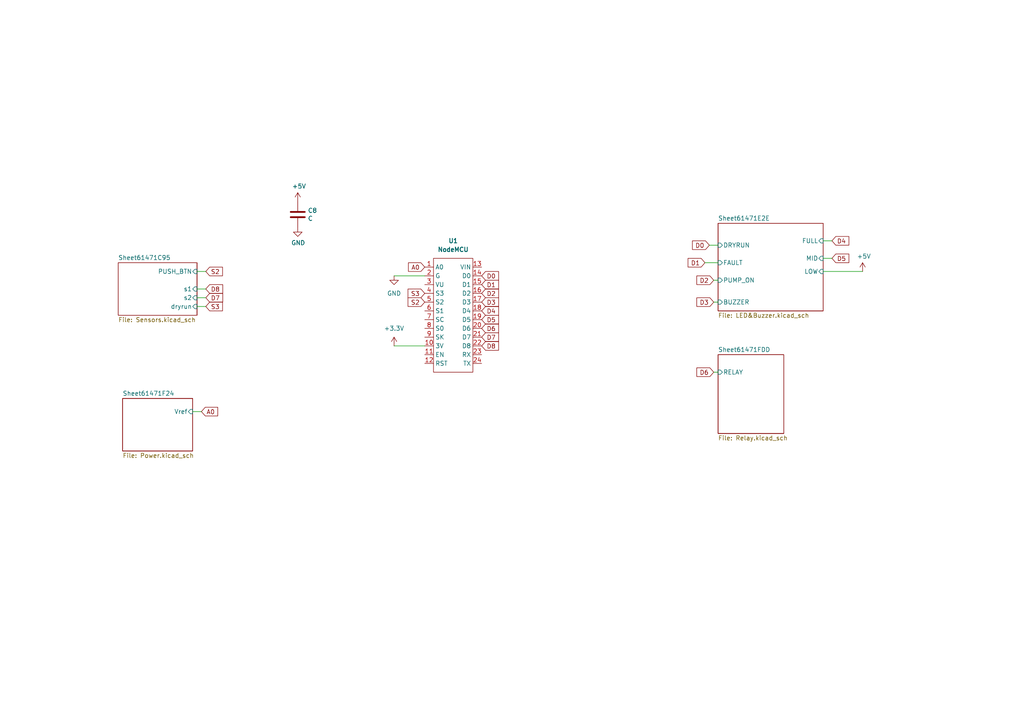
<source format=kicad_sch>
(kicad_sch (version 20211123) (generator eeschema)
  (paper "A4")
  (lib_symbols
    (symbol "Device:C" (pin_numbers hide) (pin_names (offset 0.254))
      (property "Reference" "C" (at 0.635 2.54 0))
      (property "Value" "C" (at 0.635 -2.54 0))
      (symbol "C_0_1"
        (polyline (pts (xy -2.032 -0.762) (xy 2.032 -0.762)) (stroke (width 0.508)))
        (polyline (pts (xy -2.032 0.762) (xy 2.032 0.762)) (stroke (width 0.508)))
      )
      (symbol "C_1_1"
        (pin passive line (at 0 3.81 270) (length 2.794) (name "~") (number "1"))
        (pin passive line (at 0 -3.81 90) (length 2.794) (name "~") (number "2"))
      )
    )
    (symbol "New_Library:NodeMCU"
      (property "Reference" "U" (at 6.35 5.08 0))
      (property "Value" "NodeMCU" (at 6.35 2.54 0))
      (symbol "NodeMCU_0_1"
        (rectangle (start 0 0) (end 11.43 -33.02))
      )
      (symbol "NodeMCU_1_1"
        (pin input line (at -2.54 -2.54 0) (length 2.54) (name "A0") (number "1"))
        (pin power_in line (at -2.54 -25.4 0) (length 2.54) (name "3V") (number "10"))
        (pin power_in line (at -2.54 -27.94 0) (length 2.54) (name "EN") (number "11"))
        (pin bidirectional line (at -2.54 -30.48 0) (length 2.54) (name "RST") (number "12"))
        (pin power_in line (at 13.97 -2.54 180) (length 2.54) (name "VIN") (number "13"))
        (pin bidirectional line (at 13.97 -5.08 180) (length 2.54) (name "D0") (number "14"))
        (pin bidirectional line (at 13.97 -7.62 180) (length 2.54) (name "D1") (number "15"))
        (pin bidirectional line (at 13.97 -10.16 180) (length 2.54) (name "D2") (number "16"))
        (pin bidirectional line (at 13.97 -12.7 180) (length 2.54) (name "D3") (number "17"))
        (pin bidirectional line (at 13.97 -15.24 180) (length 2.54) (name "D4") (number "18"))
        (pin bidirectional line (at 13.97 -17.78 180) (length 2.54) (name "D5") (number "19"))
        (pin power_in line (at -2.54 -5.08 0) (length 2.54) (name "G") (number "2"))
        (pin bidirectional line (at 13.97 -20.32 180) (length 2.54) (name "D6") (number "20"))
        (pin bidirectional line (at 13.97 -22.86 180) (length 2.54) (name "D7") (number "21"))
        (pin bidirectional line (at 13.97 -25.4 180) (length 2.54) (name "D8") (number "22"))
        (pin input line (at 13.97 -27.94 180) (length 2.54) (name "RX") (number "23"))
        (pin output line (at 13.97 -30.48 180) (length 2.54) (name "TX") (number "24"))
        (pin power_in line (at -2.54 -7.62 0) (length 2.54) (name "VU") (number "3"))
        (pin bidirectional line (at -2.54 -10.16 0) (length 2.54) (name "S3") (number "4"))
        (pin bidirectional line (at -2.54 -12.7 0) (length 2.54) (name "S2") (number "5"))
        (pin bidirectional line (at -2.54 -15.24 0) (length 2.54) (name "S1") (number "6"))
        (pin bidirectional line (at -2.54 -17.78 0) (length 2.54) (name "SC") (number "7"))
        (pin bidirectional line (at -2.54 -20.32 0) (length 2.54) (name "S0") (number "8"))
        (pin bidirectional line (at -2.54 -22.86 0) (length 2.54) (name "SK") (number "9"))
      )
    )
    (symbol "power:+3.3V" (power) (pin_names (offset 0))
      (property "Value" "+3.3V" (at 0 3.556 0))
      (symbol "+3.3V_0_1"
        (polyline (pts (xy -0.762 1.27) (xy 0 2.54)))
        (polyline (pts (xy 0 0) (xy 0 2.54)))
        (polyline (pts (xy 0 2.54) (xy 0.762 1.27)))
      )
      (symbol "+3.3V_1_1"
        (pin power_in line (at 0 0 90) (length 0) hide (name "+3.3V") (number "1"))
      )
    )
    (symbol "power:+5V" (power) (pin_names (offset 0))
      (property "Value" "+5V" (at 0 3.556 0))
      (symbol "+5V_0_1"
        (polyline (pts (xy -0.762 1.27) (xy 0 2.54)))
        (polyline (pts (xy 0 0) (xy 0 2.54)))
        (polyline (pts (xy 0 2.54) (xy 0.762 1.27)))
      )
      (symbol "+5V_1_1"
        (pin power_in line (at 0 0 90) (length 0) hide (name "+5V") (number "1"))
      )
    )
    (symbol "power:GND" (power) (pin_names (offset 0))
      (property "Value" "GND" (at 0 -3.81 0))
      (symbol "GND_0_1"
        (polyline (pts (xy 0 0) (xy 0 -1.27) (xy 1.27 -1.27) (xy 0 -2.54) (xy -1.27 -1.27) (xy 0 -1.27)))
      )
      (symbol "GND_1_1"
        (pin power_in line (at 0 0 270) (length 0) hide (name "GND") (number "1"))
      )
    )
  )
  (wire (pts (xy 59.69 83.82) (xy 57.15 83.82)))
  (wire (pts (xy 205.74 71.12) (xy 208.28 71.12)))
  (wire (pts (xy 238.76 78.74) (xy 250.19 78.74)))
  (wire (pts (xy 114.3 100.33) (xy 123.19 100.33)))
  (wire (pts (xy 207.01 81.28) (xy 208.28 81.28)))
  (wire (pts (xy 204.47 76.2) (xy 208.28 76.2)))
  (wire (pts (xy 59.69 78.74) (xy 57.15 78.74)))
  (wire (pts (xy 238.76 69.85) (xy 241.3 69.85)))
  (wire (pts (xy 207.01 107.95) (xy 208.28 107.95)))
  (wire (pts (xy 114.3 80.01) (xy 123.19 80.01)))
  (wire (pts (xy 238.76 74.93) (xy 241.3 74.93)))
  (wire (pts (xy 59.69 86.36) (xy 57.15 86.36)))
  (wire (pts (xy 207.01 87.63) (xy 208.28 87.63)))
  (wire (pts (xy 58.42 119.38) (xy 55.88 119.38)))
  (wire (pts (xy 59.69 88.9) (xy 57.15 88.9)))
  (global_label "D2" (shape input) (at 139.7 85.09 0) (property "Intersheet References" "${INTERSHEET_REFS}" (effects hide)))
  (global_label "D5" (shape input) (at 241.3 74.93 0) (property "Intersheet References" "${INTERSHEET_REFS}" (effects hide)))
  (global_label "D8" (shape input) (at 59.69 83.82 0) (property "Intersheet References" "${INTERSHEET_REFS}" (effects hide)))
  (global_label "D0" (shape input) (at 139.7 80.01 0) (property "Intersheet References" "${INTERSHEET_REFS}" (effects hide)))
  (global_label "D3" (shape input) (at 207.01 87.63 180) (property "Intersheet References" "${INTERSHEET_REFS}" (effects hide)))
  (global_label "D7" (shape input) (at 59.69 86.36 0) (property "Intersheet References" "${INTERSHEET_REFS}" (effects hide)))
  (global_label "D4" (shape input) (at 241.3 69.85 0) (property "Intersheet References" "${INTERSHEET_REFS}" (effects hide)))
  (global_label "A0" (shape input) (at 58.42 119.38 0) (property "Intersheet References" "${INTERSHEET_REFS}" (effects hide)))
  (global_label "D3" (shape input) (at 139.7 87.63 0) (property "Intersheet References" "${INTERSHEET_REFS}" (effects hide)))
  (global_label "S2" (shape input) (at 59.69 78.74 0) (property "Intersheet References" "${INTERSHEET_REFS}" (effects hide)))
  (global_label "S2" (shape input) (at 123.19 87.63 180) (property "Intersheet References" "${INTERSHEET_REFS}" (effects hide)))
  (global_label "D2" (shape input) (at 207.01 81.28 180) (property "Intersheet References" "${INTERSHEET_REFS}" (effects hide)))
  (global_label "D7" (shape input) (at 139.7 97.79 0) (property "Intersheet References" "${INTERSHEET_REFS}" (effects hide)))
  (global_label "D5" (shape input) (at 139.7 92.71 0) (property "Intersheet References" "${INTERSHEET_REFS}" (effects hide)))
  (global_label "D0" (shape input) (at 205.74 71.12 180) (property "Intersheet References" "${INTERSHEET_REFS}" (effects hide)))
  (global_label "D6" (shape input) (at 207.01 107.95 180) (property "Intersheet References" "${INTERSHEET_REFS}" (effects hide)))
  (global_label "D1" (shape input) (at 139.7 82.55 0) (property "Intersheet References" "${INTERSHEET_REFS}" (effects hide)))
  (global_label "D1" (shape input) (at 204.47 76.2 180) (property "Intersheet References" "${INTERSHEET_REFS}" (effects hide)))
  (global_label "A0" (shape input) (at 123.19 77.47 180) (property "Intersheet References" "${INTERSHEET_REFS}" (effects hide)))
  (global_label "D6" (shape input) (at 139.7 95.25 0) (property "Intersheet References" "${INTERSHEET_REFS}" (effects hide)))
  (global_label "D4" (shape input) (at 139.7 90.17 0) (property "Intersheet References" "${INTERSHEET_REFS}" (effects hide)))
  (global_label "S3" (shape input) (at 59.69 88.9 0) (property "Intersheet References" "${INTERSHEET_REFS}" (effects hide)))
  (global_label "D8" (shape input) (at 139.7 100.33 0) (property "Intersheet References" "${INTERSHEET_REFS}" (effects hide)))
  (global_label "S3" (shape input) (at 123.19 85.09 180) (property "Intersheet References" "${INTERSHEET_REFS}" (effects hide)))
  (symbol (lib_id "Device:C") (at 86.36 62.23 0) (unit 1)
    (property "Reference" "C8" (at 89.281 61.0616 0) (effects (justify left)))
    (property "Value" "C" (at 89.281 63.373 0) (effects (justify left)))
    (property "Footprint" "Capacitor_THT:C_Disc_D4.7mm_W2.5mm_P5.00mm" (effects hide))
  )
  (symbol (lib_id "power:GND") (at 86.36 66.04 0) (unit 1)
    (property "Reference" "#PWR0110" (effects hide))
    (property "Value" "GND" (at 86.487 70.4342 0))
  )
  (symbol (lib_id "power:+5V") (at 86.36 58.42 0) (unit 1)
    (property "Reference" "#PWR0109" (effects hide))
    (property "Value" "+5V" (at 86.741 54.0258 0))
  )
  (symbol (lib_id "power:+5V") (at 250.19 78.74 0) (unit 1)
    (property "Reference" "#PWR0105" (effects hide))
    (property "Value" "+5V" (at 250.571 74.3458 0))
  )
  (symbol (lib_id "New_Library:NodeMCU") (at 125.73 74.93 0) (unit 1)
    (property "Reference" "U1" (at 131.445 69.85 0) (effects (font bold)))
    (property "Value" "NodeMCU" (at 131.445 72.39 0) (effects (font bold)))
    (property "Footprint" "NodeMCU:NODE V1" (effects hide))
  )
  (symbol (lib_id "power:+3.3V") (at 114.3 100.33 0) (unit 1)
    (property "Reference" "#PWR0117" (effects hide))
    (property "Value" "+3.3V" (at 114.3 95.25 0))
  )
  (symbol (lib_id "power:GND") (at 114.3 80.01 0) (unit 1)
    (property "Reference" "#PWR0118" (effects hide))
    (property "Value" "GND" (at 114.3 85.09 0))
  )
  (sheet (at 34.29 76.2) (size 22.86 15.24)
    (property "Sheet name" "Sheet61471C95" (at 34.29 75.4884 0) (effects (justify left bottom)))
    (property "Sheet file" "Sensors.kicad_sch" (at 34.29 92.0246 0) (effects (justify left top)))
    (pin "s2" input (at 57.15 86.36 0))
    (pin "PUSH_BTN" input (at 57.15 78.74 0))
    (pin "s1" input (at 57.15 83.82 0))
    (pin "dryrun" input (at 57.15 88.9 0))
  )
  (sheet (at 208.28 64.77) (size 30.48 25.4)
    (property "Sheet name" "Sheet61471E2E" (at 208.28 64.0584 0) (effects (justify left bottom)))
    (property "Sheet file" "LED&Buzzer.kicad_sch" (at 208.28 90.7546 0) (effects (justify left top)))
    (pin "DRYRUN" input (at 208.28 71.12 180))
    (pin "FAULT" input (at 208.28 76.2 180))
    (pin "PUMP_ON" input (at 208.28 81.28 180))
    (pin "FULL" input (at 238.76 69.85 0))
    (pin "MID" input (at 238.76 74.93 0))
    (pin "LOW" input (at 238.76 78.74 0))
    (pin "BUZZER" input (at 208.28 87.63 180))
  )
  (sheet (at 35.56 115.57) (size 20.32 15.24)
    (property "Sheet name" "Sheet61471F24" (at 35.56 114.8584 0) (effects (justify left bottom)))
    (property "Sheet file" "Power.kicad_sch" (at 35.56 131.3946 0) (effects (justify left top)))
    (pin "Vref" input (at 55.88 119.38 0))
  )
  (sheet (at 208.28 102.87) (size 19.05 22.86)
    (property "Sheet name" "Sheet61471FDD" (at 208.28 102.1584 0) (effects (justify left bottom)))
    (property "Sheet file" "Relay.kicad_sch" (at 208.28 126.3146 0) (effects (justify left top)))
    (pin "RELAY" input (at 208.28 107.95 180))
  )
)
</source>
